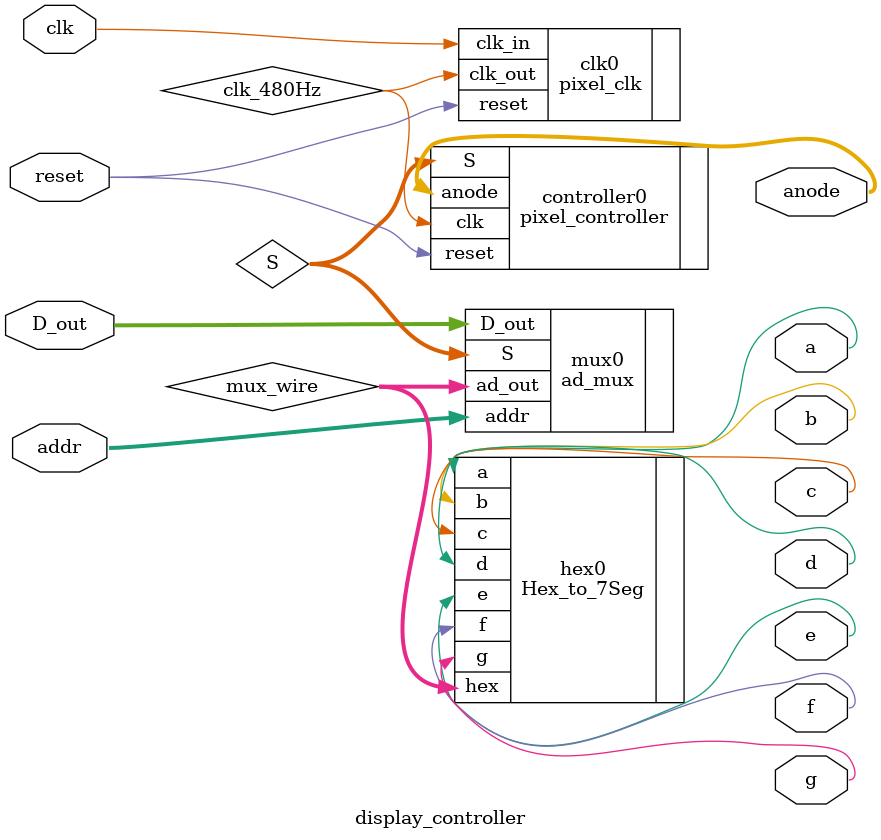
<source format=v>
`timescale 1ns / 1ps
module display_controller(clk, reset, addr, D_out, anode, a, b, c, d, e, f, g);
	
	// Input declarations
	input clk, reset;
	input [7:0] addr;
	input [15:0] D_out;
	
	// Output declarations
	output [7:0] anode;
	output a, b, c, d, e, f, g;
	
	// Wires to connect the modules
	wire clk_480Hz;
	wire [2:0] S;
	wire [3:0] mux_wire;
	
	// Instantiate pixel clock to divide the default clock of 100MHz to 480Hz
	pixel_clk clk0 (.clk_in(clk), .reset(reset), .clk_out(clk_480Hz));
	
	// Instantiate pixel controller
	pixel_controller controller0 (.clk(clk_480Hz), .reset(reset), .S(S), .anode(anode));
	
	// Instantiate address mux 
	ad_mux mux0 (.addr(addr), .S(S), .D_out(D_out), .ad_out(mux_wire));
	
	// Instantiate the hex to 7 segment to display the values onto the board 
	Hex_to_7Seg hex0(.hex(mux_wire), .a(a), .b(b), .c(c), .d(d), .e(e), .f(f), .g(g));
	
endmodule

</source>
